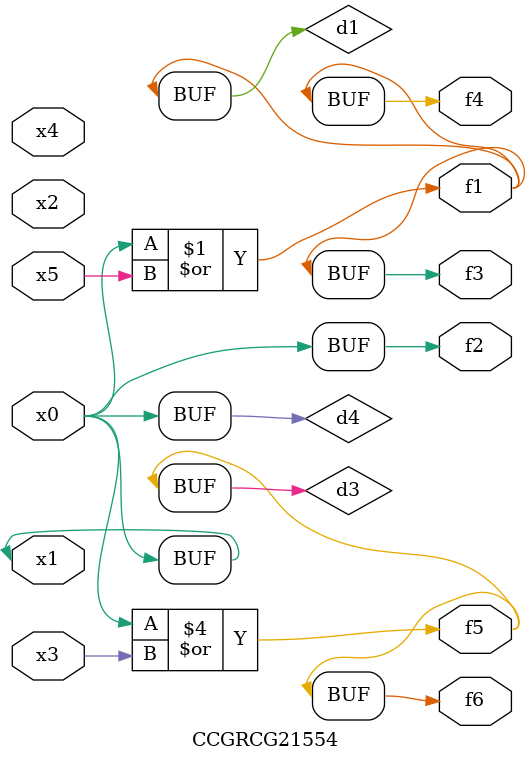
<source format=v>
module CCGRCG21554(
	input x0, x1, x2, x3, x4, x5,
	output f1, f2, f3, f4, f5, f6
);

	wire d1, d2, d3, d4;

	or (d1, x0, x5);
	xnor (d2, x1, x4);
	or (d3, x0, x3);
	buf (d4, x0, x1);
	assign f1 = d1;
	assign f2 = d4;
	assign f3 = d1;
	assign f4 = d1;
	assign f5 = d3;
	assign f6 = d3;
endmodule

</source>
